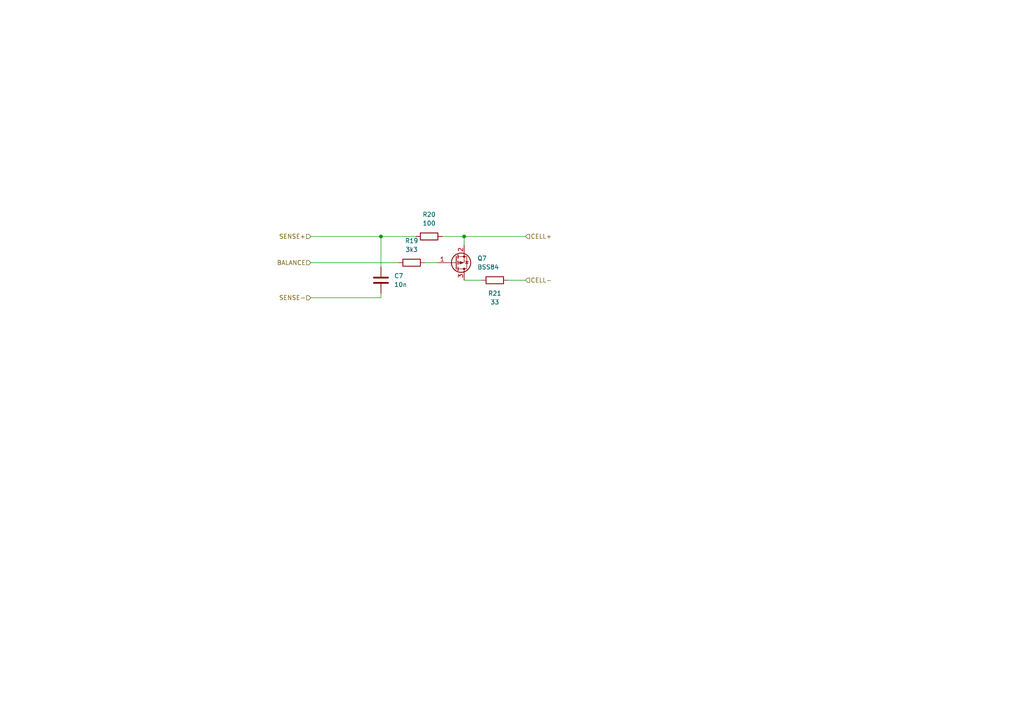
<source format=kicad_sch>
(kicad_sch (version 20211123) (generator eeschema)
  (paper "A4")
  (lib_symbols
    (symbol "Device:C" (pin_numbers hide) (pin_names (offset 0.254))
      (property "Reference" "C" (at 0.635 2.54 0))
      (property "Value" "C" (at 0.635 -2.54 0))
      (symbol "C_0_1"
        (polyline (pts (xy -2.032 -0.762) (xy 2.032 -0.762)) (stroke (width 0.508)))
        (polyline (pts (xy -2.032 0.762) (xy 2.032 0.762)) (stroke (width 0.508)))
      )
      (symbol "C_1_1"
        (pin passive line (at 0 3.81 270) (length 2.794) (name "~") (number "1"))
        (pin passive line (at 0 -3.81 90) (length 2.794) (name "~") (number "2"))
      )
    )
    (symbol "Device:R" (pin_numbers hide) (pin_names (offset 0))
      (property "Reference" "R" (at 2.032 0 90))
      (property "Value" "R" (at 0 0 90))
      (symbol "R_0_1"
        (rectangle (start -1.016 -2.54) (end 1.016 2.54) (stroke (width 0.254)))
      )
      (symbol "R_1_1"
        (pin passive line (at 0 3.81 270) (length 1.27) (name "~") (number "1"))
        (pin passive line (at 0 -3.81 90) (length 1.27) (name "~") (number "2"))
      )
    )
    (symbol "Transistor_FET:BSS84" (pin_names hide)
      (property "Reference" "Q" (at 5.08 1.905 0))
      (property "Value" "BSS84" (at 5.08 0 0))
      (symbol "BSS84_0_1"
        (polyline (pts (xy 0.254 0) (xy -2.54 0)))
        (polyline (pts (xy 0.254 1.905) (xy 0.254 -1.905)) (stroke (width 0.254)))
        (polyline (pts (xy 0.762 -1.27) (xy 0.762 -2.286)) (stroke (width 0.254)))
        (polyline (pts (xy 0.762 0.508) (xy 0.762 -0.508)) (stroke (width 0.254)))
        (polyline (pts (xy 0.762 2.286) (xy 0.762 1.27)) (stroke (width 0.254)))
        (polyline (pts (xy 2.54 2.54) (xy 2.54 1.778)))
        (polyline (pts (xy 2.54 -2.54) (xy 2.54 0) (xy 0.762 0)))
        (polyline (pts (xy 0.762 1.778) (xy 3.302 1.778) (xy 3.302 -1.778) (xy 0.762 -1.778)))
        (polyline (pts (xy 2.286 0) (xy 1.27 0.381) (xy 1.27 -0.381) (xy 2.286 0)) (fill (type outline)))
        (polyline (pts (xy 2.794 -0.508) (xy 2.921 -0.381) (xy 3.683 -0.381) (xy 3.81 -0.254)))
        (polyline (pts (xy 3.302 -0.381) (xy 2.921 0.254) (xy 3.683 0.254) (xy 3.302 -0.381)))
        (circle (center 1.651 0) (radius 2.794) (stroke (width 0.254)))
        (circle (center 2.54 -1.778) (radius 0.254) (fill (type outline)))
        (circle (center 2.54 1.778) (radius 0.254) (fill (type outline)))
      )
      (symbol "BSS84_1_1"
        (pin input line (at -5.08 0 0) (length 2.54) (name "G") (number "1"))
        (pin passive line (at 2.54 -5.08 90) (length 2.54) (name "S") (number "2"))
        (pin passive line (at 2.54 5.08 270) (length 2.54) (name "D") (number "3"))
      )
    )
  )
  (junction (at 134.62 68.58))
  (junction (at 110.49 68.58))
  (wire (pts (xy 152.4 68.58) (xy 134.62 68.58)))
  (wire (pts (xy 110.49 85.09) (xy 110.49 86.36)))
  (wire (pts (xy 134.62 68.58) (xy 134.62 71.12)))
  (wire (pts (xy 134.62 81.28) (xy 139.7 81.28)))
  (wire (pts (xy 90.17 76.2) (xy 115.57 76.2)))
  (wire (pts (xy 110.49 68.58) (xy 110.49 77.47)))
  (wire (pts (xy 147.32 81.28) (xy 152.4 81.28)))
  (wire (pts (xy 110.49 86.36) (xy 90.17 86.36)))
  (wire (pts (xy 123.19 76.2) (xy 127 76.2)))
  (wire (pts (xy 128.27 68.58) (xy 134.62 68.58)))
  (wire (pts (xy 110.49 68.58) (xy 120.65 68.58)))
  (wire (pts (xy 90.17 68.58) (xy 110.49 68.58)))
  (hierarchical_label "BALANCE" (shape input) (at 90.17 76.2 180))
  (hierarchical_label "SENSE-" (shape input) (at 90.17 86.36 180))
  (hierarchical_label "CELL-" (shape input) (at 152.4 81.28 0))
  (hierarchical_label "SENSE+" (shape input) (at 90.17 68.58 180))
  (hierarchical_label "CELL+" (shape input) (at 152.4 68.58 0))
  (symbol (lib_id "Device:R") (at 124.46 68.58 270) (unit 1)
    (property "Reference" "R20" (at 124.46 62.23 90))
    (property "Value" "100" (at 124.46 64.77 90))
    (property "Footprint" "Resistor_SMD:R_0805_2012Metric" (effects hide))
  )
  (symbol (lib_id "Device:C") (at 110.49 81.28 0) (unit 1)
    (property "Reference" "C7" (at 114.3 80.0099 0) (effects (justify left)))
    (property "Value" "10n" (at 114.3 82.5499 0) (effects (justify left)))
    (property "Footprint" "Capacitor_SMD:C_0805_2012Metric" (effects hide))
  )
  (symbol (lib_id "Device:R") (at 143.51 81.28 270) (unit 1)
    (property "Reference" "R21" (at 143.51 85.09 90))
    (property "Value" "33" (at 143.51 87.63 90))
    (property "Footprint" "Resistor_SMD:R_2512_6332Metric" (effects hide))
  )
  (symbol (lib_id "Device:R") (at 119.38 76.2 90) (unit 1)
    (property "Reference" "R19" (at 119.38 69.85 90))
    (property "Value" "3k3" (at 119.38 72.39 90))
    (property "Footprint" "Resistor_SMD:R_0805_2012Metric" (effects hide))
  )
  (symbol (lib_id "Transistor_FET:BSS84") (at 132.08 76.2 0) (mirror x) (unit 1)
    (property "Reference" "Q7" (at 138.43 74.9299 0) (effects (justify left)))
    (property "Value" "BSS84" (at 138.43 77.47 0) (effects (justify left)))
    (property "Footprint" "Package_TO_SOT_SMD:SOT-23" (effects hide))
    (property "Datasheet" "http://assets.nexperia.com/documents/data-sheet/BSS84.pdf" (effects hide))
  )
)
</source>
